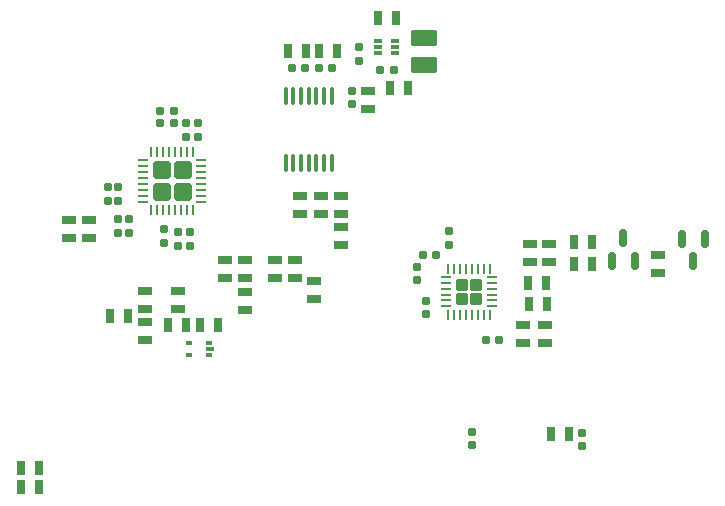
<source format=gbr>
%TF.GenerationSoftware,KiCad,Pcbnew,7.0.10+dfsg-1*%
%TF.CreationDate,2024-01-28T21:13:59+02:00*%
%TF.ProjectId,legacy_av_in,6c656761-6379-45f6-9176-5f696e2e6b69,rev?*%
%TF.SameCoordinates,Original*%
%TF.FileFunction,Paste,Top*%
%TF.FilePolarity,Positive*%
%FSLAX46Y46*%
G04 Gerber Fmt 4.6, Leading zero omitted, Abs format (unit mm)*
G04 Created by KiCad (PCBNEW 7.0.10+dfsg-1) date 2024-01-28 21:13:59*
%MOMM*%
%LPD*%
G01*
G04 APERTURE LIST*
G04 Aperture macros list*
%AMRoundRect*
0 Rectangle with rounded corners*
0 $1 Rounding radius*
0 $2 $3 $4 $5 $6 $7 $8 $9 X,Y pos of 4 corners*
0 Add a 4 corners polygon primitive as box body*
4,1,4,$2,$3,$4,$5,$6,$7,$8,$9,$2,$3,0*
0 Add four circle primitives for the rounded corners*
1,1,$1+$1,$2,$3*
1,1,$1+$1,$4,$5*
1,1,$1+$1,$6,$7*
1,1,$1+$1,$8,$9*
0 Add four rect primitives between the rounded corners*
20,1,$1+$1,$2,$3,$4,$5,0*
20,1,$1+$1,$4,$5,$6,$7,0*
20,1,$1+$1,$6,$7,$8,$9,0*
20,1,$1+$1,$8,$9,$2,$3,0*%
%AMFreePoly0*
4,1,14,0.318306,0.106694,0.381694,0.043306,0.400000,-0.000888,0.400000,-0.062500,0.381694,-0.106694,0.337500,-0.125000,-0.337500,-0.125000,-0.381694,-0.106694,-0.400000,-0.062500,-0.400000,0.062500,-0.381694,0.106694,-0.337500,0.125000,0.274112,0.125000,0.318306,0.106694,0.318306,0.106694,$1*%
%AMFreePoly1*
4,1,14,0.381694,0.106694,0.400000,0.062500,0.400000,0.000888,0.381694,-0.043306,0.318306,-0.106694,0.274112,-0.125000,-0.337500,-0.125000,-0.381694,-0.106694,-0.400000,-0.062500,-0.400000,0.062500,-0.381694,0.106694,-0.337500,0.125000,0.337500,0.125000,0.381694,0.106694,0.381694,0.106694,$1*%
%AMFreePoly2*
4,1,14,0.106694,0.381694,0.125000,0.337500,0.125000,-0.337500,0.106694,-0.381694,0.062500,-0.400000,-0.062500,-0.400000,-0.106694,-0.381694,-0.125000,-0.337500,-0.125000,0.274112,-0.106694,0.318306,-0.043306,0.381694,0.000888,0.400000,0.062500,0.400000,0.106694,0.381694,0.106694,0.381694,$1*%
%AMFreePoly3*
4,1,14,0.043306,0.381694,0.106694,0.318306,0.125000,0.274112,0.125000,-0.337500,0.106694,-0.381694,0.062500,-0.400000,-0.062500,-0.400000,-0.106694,-0.381694,-0.125000,-0.337500,-0.125000,0.337500,-0.106694,0.381694,-0.062500,0.400000,-0.000888,0.400000,0.043306,0.381694,0.043306,0.381694,$1*%
%AMFreePoly4*
4,1,14,0.381694,0.106694,0.400000,0.062500,0.400000,-0.062500,0.381694,-0.106694,0.337500,-0.125000,-0.274112,-0.125000,-0.318306,-0.106694,-0.381694,-0.043306,-0.400000,0.000888,-0.400000,0.062500,-0.381694,0.106694,-0.337500,0.125000,0.337500,0.125000,0.381694,0.106694,0.381694,0.106694,$1*%
%AMFreePoly5*
4,1,14,0.381694,0.106694,0.400000,0.062500,0.400000,-0.062500,0.381694,-0.106694,0.337500,-0.125000,-0.337500,-0.125000,-0.381694,-0.106694,-0.400000,-0.062500,-0.400000,-0.000888,-0.381694,0.043306,-0.318306,0.106694,-0.274112,0.125000,0.337500,0.125000,0.381694,0.106694,0.381694,0.106694,$1*%
%AMFreePoly6*
4,1,14,0.106694,0.381694,0.125000,0.337500,0.125000,-0.274112,0.106694,-0.318306,0.043306,-0.381694,-0.000888,-0.400000,-0.062500,-0.400000,-0.106694,-0.381694,-0.125000,-0.337500,-0.125000,0.337500,-0.106694,0.381694,-0.062500,0.400000,0.062500,0.400000,0.106694,0.381694,0.106694,0.381694,$1*%
%AMFreePoly7*
4,1,14,0.106694,0.381694,0.125000,0.337500,0.125000,-0.337500,0.106694,-0.381694,0.062500,-0.400000,0.000888,-0.400000,-0.043306,-0.381694,-0.106694,-0.318306,-0.125000,-0.274112,-0.125000,0.337500,-0.106694,0.381694,-0.062500,0.400000,0.062500,0.400000,0.106694,0.381694,0.106694,0.381694,$1*%
G04 Aperture macros list end*
%ADD10R,1.143000X0.635000*%
%ADD11RoundRect,0.250000X-0.270000X0.270000X-0.270000X-0.270000X0.270000X-0.270000X0.270000X0.270000X0*%
%ADD12FreePoly0,270.000000*%
%ADD13RoundRect,0.062500X-0.062500X0.337500X-0.062500X-0.337500X0.062500X-0.337500X0.062500X0.337500X0*%
%ADD14FreePoly1,270.000000*%
%ADD15FreePoly2,270.000000*%
%ADD16RoundRect,0.062500X-0.337500X0.062500X-0.337500X-0.062500X0.337500X-0.062500X0.337500X0.062500X0*%
%ADD17FreePoly3,270.000000*%
%ADD18FreePoly4,270.000000*%
%ADD19FreePoly5,270.000000*%
%ADD20FreePoly6,270.000000*%
%ADD21FreePoly7,270.000000*%
%ADD22R,0.635000X1.143000*%
%ADD23RoundRect,0.155000X-0.155000X0.212500X-0.155000X-0.212500X0.155000X-0.212500X0.155000X0.212500X0*%
%ADD24RoundRect,0.155000X0.212500X0.155000X-0.212500X0.155000X-0.212500X-0.155000X0.212500X-0.155000X0*%
%ADD25R,0.500000X0.380000*%
%ADD26R,0.650000X0.300000*%
%ADD27RoundRect,0.250001X-0.849999X0.462499X-0.849999X-0.462499X0.849999X-0.462499X0.849999X0.462499X0*%
%ADD28RoundRect,0.150000X-0.150000X0.587500X-0.150000X-0.587500X0.150000X-0.587500X0.150000X0.587500X0*%
%ADD29RoundRect,0.155000X-0.212500X-0.155000X0.212500X-0.155000X0.212500X0.155000X-0.212500X0.155000X0*%
%ADD30RoundRect,0.150000X0.150000X-0.587500X0.150000X0.587500X-0.150000X0.587500X-0.150000X-0.587500X0*%
%ADD31RoundRect,0.250000X-0.505000X0.505000X-0.505000X-0.505000X0.505000X-0.505000X0.505000X0.505000X0*%
%ADD32RoundRect,0.062500X-0.062500X0.375000X-0.062500X-0.375000X0.062500X-0.375000X0.062500X0.375000X0*%
%ADD33RoundRect,0.062500X-0.375000X0.062500X-0.375000X-0.062500X0.375000X-0.062500X0.375000X0.062500X0*%
%ADD34RoundRect,0.155000X0.155000X-0.212500X0.155000X0.212500X-0.155000X0.212500X-0.155000X-0.212500X0*%
%ADD35RoundRect,0.160000X-0.197500X-0.160000X0.197500X-0.160000X0.197500X0.160000X-0.197500X0.160000X0*%
%ADD36RoundRect,0.160000X-0.160000X0.197500X-0.160000X-0.197500X0.160000X-0.197500X0.160000X0.197500X0*%
%ADD37R,0.700000X0.340000*%
%ADD38RoundRect,0.100000X-0.100000X0.637500X-0.100000X-0.637500X0.100000X-0.637500X0.100000X0.637500X0*%
G04 APERTURE END LIST*
D10*
%TO.C,R7*%
X70100000Y-62486000D03*
X70100000Y-64010000D03*
%TD*%
D11*
%TO.C,U2*%
X91320000Y-64540000D03*
X90120000Y-64540000D03*
X91320000Y-65740000D03*
X90120000Y-65740000D03*
D12*
X92470000Y-63190000D03*
D13*
X91970000Y-63190000D03*
X91470000Y-63190000D03*
X90970000Y-63190000D03*
X90470000Y-63190000D03*
X89970000Y-63190000D03*
X89470000Y-63190000D03*
D14*
X88970000Y-63190000D03*
D15*
X88770000Y-63890000D03*
D16*
X88770000Y-64390000D03*
X88770000Y-64890000D03*
X88770000Y-65390000D03*
X88770000Y-65890000D03*
D17*
X88770000Y-66390000D03*
D18*
X88970000Y-67090000D03*
D13*
X89470000Y-67090000D03*
X89970000Y-67090000D03*
X90470000Y-67090000D03*
X90970000Y-67090000D03*
X91470000Y-67090000D03*
X91970000Y-67090000D03*
D19*
X92470000Y-67090000D03*
D20*
X92670000Y-66390000D03*
D16*
X92670000Y-65890000D03*
X92670000Y-65390000D03*
X92670000Y-64890000D03*
X92670000Y-64390000D03*
D21*
X92670000Y-63890000D03*
%TD*%
D22*
%TO.C,FB1*%
X52806000Y-80040000D03*
X54330000Y-80040000D03*
%TD*%
D23*
%TO.C,C23*%
X90970000Y-77030000D03*
X90970000Y-78165000D03*
%TD*%
D10*
%TO.C,R11*%
X58550000Y-60564000D03*
X58550000Y-59040000D03*
%TD*%
D22*
%TO.C,FB2*%
X52806000Y-81700000D03*
X54330000Y-81700000D03*
%TD*%
D24*
%TO.C,C15*%
X65735000Y-49850000D03*
X64600000Y-49850000D03*
%TD*%
%TO.C,C34*%
X87970000Y-62020000D03*
X86835000Y-62020000D03*
%TD*%
D25*
%TO.C,D4*%
X68710000Y-70550000D03*
D26*
X68790000Y-70010000D03*
D25*
X68710000Y-69470000D03*
X67010000Y-69470000D03*
X67010000Y-70550000D03*
%TD*%
D27*
%TO.C,L4*%
X86960000Y-43635000D03*
X86960000Y-45960000D03*
%TD*%
D10*
%TO.C,R6*%
X77630000Y-65734000D03*
X77630000Y-64210000D03*
%TD*%
D22*
%TO.C,C18*%
X97294000Y-64380000D03*
X95770000Y-64380000D03*
%TD*%
D10*
%TO.C,R14*%
X79880000Y-58550000D03*
X79880000Y-57026000D03*
%TD*%
%TO.C,C16*%
X97180000Y-69514000D03*
X97180000Y-67990000D03*
%TD*%
D22*
%TO.C,L3*%
X101160000Y-60970000D03*
X99636000Y-60970000D03*
%TD*%
D28*
%TO.C,D3*%
X110680000Y-60660000D03*
X108780000Y-60660000D03*
X109730000Y-62535000D03*
%TD*%
D10*
%TO.C,C30*%
X79880000Y-61184000D03*
X79880000Y-59660000D03*
%TD*%
D23*
%TO.C,C8*%
X60130000Y-56322500D03*
X60130000Y-57457500D03*
%TD*%
%TO.C,C12*%
X66120000Y-60105000D03*
X66120000Y-61240000D03*
%TD*%
D29*
%TO.C,C27*%
X78022500Y-46220000D03*
X79157500Y-46220000D03*
%TD*%
D22*
%TO.C,C17*%
X97310000Y-66200000D03*
X95786000Y-66200000D03*
%TD*%
D10*
%TO.C,R10*%
X56900000Y-60564000D03*
X56900000Y-59040000D03*
%TD*%
D23*
%TO.C,C13*%
X67070000Y-60105000D03*
X67070000Y-61240000D03*
%TD*%
%TO.C,C37*%
X87060000Y-65902500D03*
X87060000Y-67037500D03*
%TD*%
D10*
%TO.C,C5*%
X74310000Y-63984000D03*
X74310000Y-62460000D03*
%TD*%
D29*
%TO.C,C36*%
X92165000Y-69210000D03*
X93300000Y-69210000D03*
%TD*%
D30*
%TO.C,D1*%
X102850000Y-62510000D03*
X104750000Y-62510000D03*
X103800000Y-60635000D03*
%TD*%
D10*
%TO.C,L2*%
X95870000Y-62604000D03*
X95870000Y-61080000D03*
%TD*%
%TO.C,C31*%
X78230000Y-57026000D03*
X78230000Y-58550000D03*
%TD*%
%TO.C,C20*%
X106770000Y-63590000D03*
X106770000Y-62066000D03*
%TD*%
D23*
%TO.C,C10*%
X61970000Y-59035000D03*
X61970000Y-60170000D03*
%TD*%
D22*
%TO.C,R4*%
X65260000Y-67960000D03*
X66784000Y-67960000D03*
%TD*%
D10*
%TO.C,C19*%
X97540000Y-61076000D03*
X97540000Y-62600000D03*
%TD*%
%TO.C,C2*%
X63290000Y-66614000D03*
X63290000Y-65090000D03*
%TD*%
D24*
%TO.C,C14*%
X65745000Y-50830000D03*
X64610000Y-50830000D03*
%TD*%
D22*
%TO.C,C21*%
X101160000Y-62790000D03*
X99636000Y-62790000D03*
%TD*%
D10*
%TO.C,R1*%
X63280000Y-69274000D03*
X63280000Y-67750000D03*
%TD*%
D23*
%TO.C,C1*%
X64870000Y-59882500D03*
X64870000Y-61017500D03*
%TD*%
D31*
%TO.C,U1*%
X66500000Y-54877500D03*
X64700000Y-54877500D03*
X66500000Y-56677500D03*
X64700000Y-56677500D03*
D32*
X67350000Y-53340000D03*
X66850000Y-53340000D03*
X66350000Y-53340000D03*
X65850000Y-53340000D03*
X65350000Y-53340000D03*
X64850000Y-53340000D03*
X64350000Y-53340000D03*
X63850000Y-53340000D03*
D33*
X63162500Y-54027500D03*
X63162500Y-54527500D03*
X63162500Y-55027500D03*
X63162500Y-55527500D03*
X63162500Y-56027500D03*
X63162500Y-56527500D03*
X63162500Y-57027500D03*
X63162500Y-57527500D03*
D32*
X63850000Y-58215000D03*
X64350000Y-58215000D03*
X64850000Y-58215000D03*
X65350000Y-58215000D03*
X65850000Y-58215000D03*
X66350000Y-58215000D03*
X66850000Y-58215000D03*
X67350000Y-58215000D03*
D33*
X68037500Y-57527500D03*
X68037500Y-57027500D03*
X68037500Y-56527500D03*
X68037500Y-56027500D03*
X68037500Y-55527500D03*
X68037500Y-55027500D03*
X68037500Y-54527500D03*
X68037500Y-54027500D03*
%TD*%
D34*
%TO.C,C38*%
X86340000Y-64157500D03*
X86340000Y-63022500D03*
%TD*%
D23*
%TO.C,C11*%
X61000000Y-59035000D03*
X61000000Y-60170000D03*
%TD*%
D35*
%TO.C,R16*%
X83202500Y-46360000D03*
X84397500Y-46360000D03*
%TD*%
D10*
%TO.C,L1*%
X95310000Y-69504000D03*
X95310000Y-67980000D03*
%TD*%
%TO.C,C4*%
X71800000Y-64004000D03*
X71800000Y-62480000D03*
%TD*%
%TO.C,C28*%
X82150000Y-48146000D03*
X82150000Y-49670000D03*
%TD*%
D34*
%TO.C,C7*%
X66810000Y-52030000D03*
X66810000Y-50895000D03*
%TD*%
D22*
%TO.C,R12*%
X97666000Y-77170000D03*
X99190000Y-77170000D03*
%TD*%
D23*
%TO.C,C22*%
X100300000Y-77095000D03*
X100300000Y-78230000D03*
%TD*%
D22*
%TO.C,C24*%
X76914000Y-44770000D03*
X75390000Y-44770000D03*
%TD*%
D23*
%TO.C,C29*%
X80810000Y-48135000D03*
X80810000Y-49270000D03*
%TD*%
D10*
%TO.C,R13*%
X76420000Y-57036000D03*
X76420000Y-58560000D03*
%TD*%
%TO.C,R8*%
X75990000Y-62466000D03*
X75990000Y-63990000D03*
%TD*%
D22*
%TO.C,R3*%
X69464000Y-67960000D03*
X67940000Y-67960000D03*
%TD*%
%TO.C,C33*%
X85550000Y-47880000D03*
X84026000Y-47880000D03*
%TD*%
D34*
%TO.C,C35*%
X89010000Y-61170000D03*
X89010000Y-60035000D03*
%TD*%
D36*
%TO.C,R17*%
X81450000Y-44412500D03*
X81450000Y-45607500D03*
%TD*%
D22*
%TO.C,R2*%
X60336000Y-67180000D03*
X61860000Y-67180000D03*
%TD*%
%TO.C,C32*%
X84540000Y-42010000D03*
X83016000Y-42010000D03*
%TD*%
D24*
%TO.C,C25*%
X76877500Y-46220000D03*
X75742500Y-46220000D03*
%TD*%
D37*
%TO.C,U4*%
X84500000Y-44900000D03*
X84500000Y-44400000D03*
X84500000Y-43900000D03*
X83000000Y-43900000D03*
X83000000Y-44400000D03*
X83000000Y-44900000D03*
%TD*%
D10*
%TO.C,R5*%
X71810000Y-66674000D03*
X71810000Y-65150000D03*
%TD*%
D23*
%TO.C,C9*%
X61050000Y-56322500D03*
X61050000Y-57457500D03*
%TD*%
D10*
%TO.C,C3*%
X66120000Y-66604000D03*
X66120000Y-65080000D03*
%TD*%
D34*
%TO.C,C6*%
X67780000Y-52025000D03*
X67780000Y-50890000D03*
%TD*%
D22*
%TO.C,C26*%
X78046000Y-44750000D03*
X79570000Y-44750000D03*
%TD*%
D38*
%TO.C,U3*%
X79100000Y-48547500D03*
X78450000Y-48547500D03*
X77800000Y-48547500D03*
X77150000Y-48547500D03*
X76500000Y-48547500D03*
X75850000Y-48547500D03*
X75200000Y-48547500D03*
X75200000Y-54272500D03*
X75850000Y-54272500D03*
X76500000Y-54272500D03*
X77150000Y-54272500D03*
X77800000Y-54272500D03*
X78450000Y-54272500D03*
X79100000Y-54272500D03*
%TD*%
M02*

</source>
